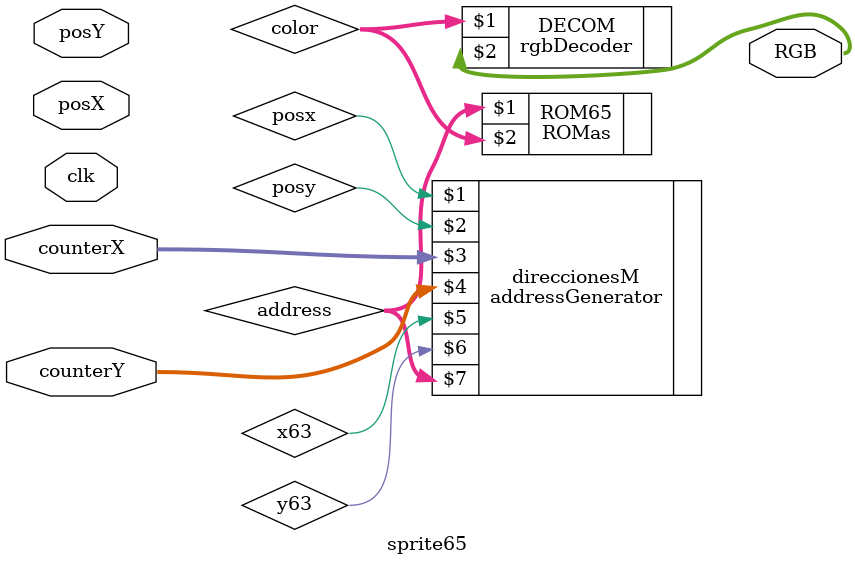
<source format=sv>
module sprite65
	(
	  input logic clk, 
	  input logic [9:0] posX, posY,
	  input logic [12:0] counterX, counterY, 
	  output [23:0] RGB
	 );

    //ROM
    logic [9:0] address;
    logic [2:0] color;
	 
	 //ROMas ROM65 (address, clk, color);
	 ROMas ROM65 (address, color);
    //DECO
    rgbDecoder DECOM (color, RGB);
    logic x63, y63;
    //ADDRESS GENERATION
    addressGenerator direccionesM (posx, posy,counterX, counterY, x63, y63, address);	

endmodule 

//do ROM_run_msim_rtl_verilog.do


//vsim -L altera_mf_ver -L lpm_ver tb_VGA
</source>
